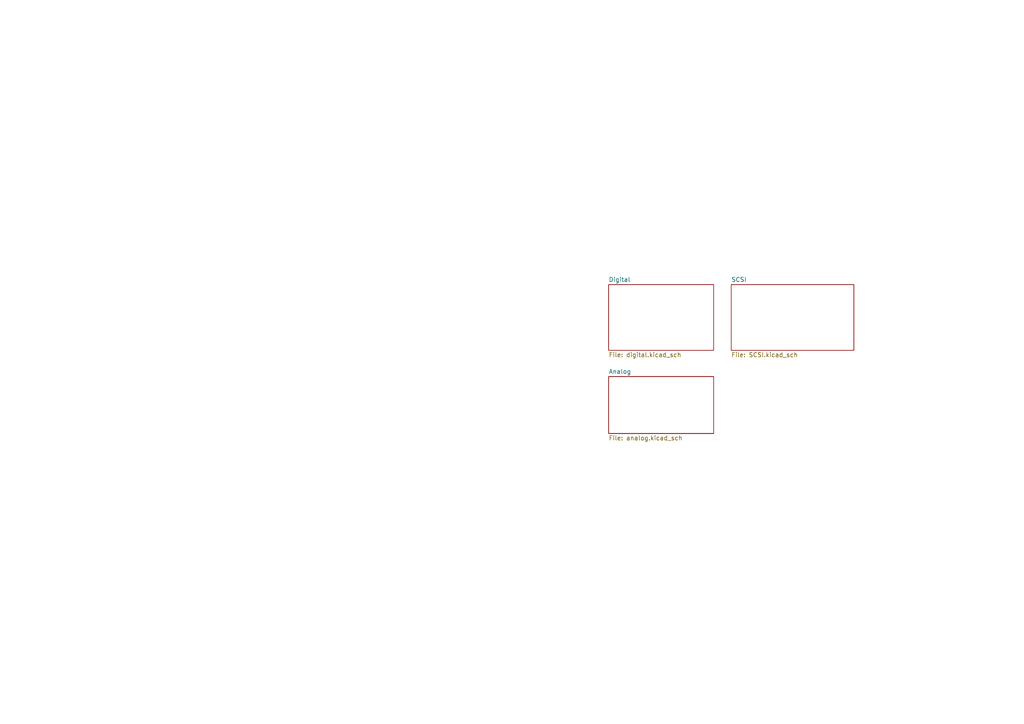
<source format=kicad_sch>
(kicad_sch
	(version 20231120)
	(generator "eeschema")
	(generator_version "8.0")
	(uuid "f29784b7-b8b8-488c-8543-989c9e3b7621")
	(paper "A4")
	(lib_symbols)
	(sheet
		(at 176.53 109.22)
		(size 30.48 16.51)
		(fields_autoplaced yes)
		(stroke
			(width 0.1524)
			(type solid)
		)
		(fill
			(color 0 0 0 0.0000)
		)
		(uuid "09a0e488-b331-48b8-a354-7267fafe65a6")
		(property "Sheetname" "Analog"
			(at 176.53 108.5084 0)
			(effects
				(font
					(size 1.27 1.27)
				)
				(justify left bottom)
			)
		)
		(property "Sheetfile" "analog.kicad_sch"
			(at 176.53 126.3146 0)
			(effects
				(font
					(size 1.27 1.27)
				)
				(justify left top)
			)
		)
		(instances
			(project "st296n_20741"
				(path "/f29784b7-b8b8-488c-8543-989c9e3b7621"
					(page "2")
				)
			)
		)
	)
	(sheet
		(at 212.09 82.55)
		(size 35.56 19.05)
		(fields_autoplaced yes)
		(stroke
			(width 0.1524)
			(type solid)
		)
		(fill
			(color 0 0 0 0.0000)
		)
		(uuid "5ecb7d5c-7464-4d55-bf8b-9f962abdcdd1")
		(property "Sheetname" "SCSI"
			(at 212.09 81.8384 0)
			(effects
				(font
					(size 1.27 1.27)
				)
				(justify left bottom)
			)
		)
		(property "Sheetfile" "SCSI.kicad_sch"
			(at 212.09 102.1846 0)
			(effects
				(font
					(size 1.27 1.27)
				)
				(justify left top)
			)
		)
		(instances
			(project "st296n_20741"
				(path "/f29784b7-b8b8-488c-8543-989c9e3b7621"
					(page "4")
				)
			)
		)
	)
	(sheet
		(at 176.53 82.55)
		(size 30.48 19.05)
		(fields_autoplaced yes)
		(stroke
			(width 0.1524)
			(type solid)
		)
		(fill
			(color 0 0 0 0.0000)
		)
		(uuid "6eebd973-f5b1-4c2e-8b65-8af8189537eb")
		(property "Sheetname" "Digital"
			(at 176.53 81.8384 0)
			(effects
				(font
					(size 1.27 1.27)
				)
				(justify left bottom)
			)
		)
		(property "Sheetfile" "digital.kicad_sch"
			(at 176.53 102.1846 0)
			(effects
				(font
					(size 1.27 1.27)
				)
				(justify left top)
			)
		)
		(instances
			(project "st296n_20741"
				(path "/f29784b7-b8b8-488c-8543-989c9e3b7621"
					(page "3")
				)
			)
		)
	)
	(sheet_instances
		(path "/"
			(page "1")
		)
	)
)

</source>
